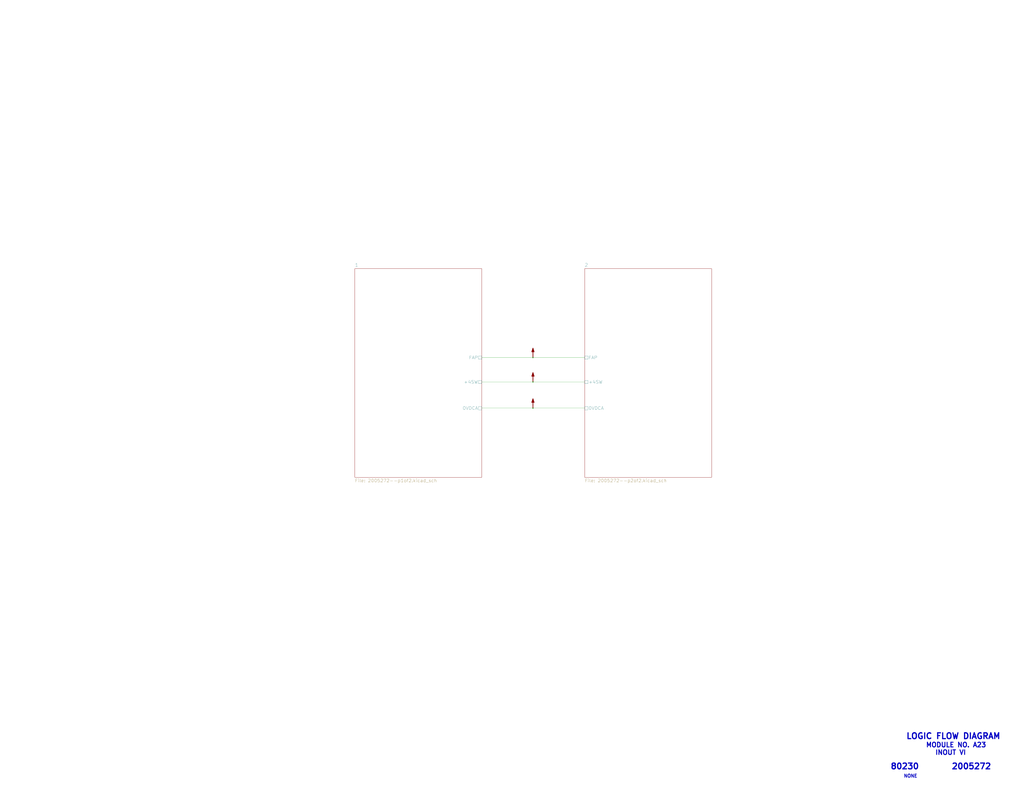
<source format=kicad_sch>
(kicad_sch (version 20211123) (generator eeschema)
  (paper "E")
  (lib_symbols
    (symbol "AGC_DSKY:PWR_FLAG" (power) (pin_numbers hide) (pin_names (offset 0) hide)
      (symbol "PWR_FLAG_0_0"
        (pin power_out line (at 0 0 90) (length 0) (name "pwr") (number "1"))
      )
      (symbol "PWR_FLAG_0_1"
        (polyline (pts (xy 0 0) (xy 0 10.16)) (stroke (width 0.762)))
        (polyline (pts (xy 0 10.16) (xy -1.27 6.35) (xy 1.27 6.35) (xy 0 10.16)) (stroke (width 0.762)) (fill (type outline)))
      )
    )
  )
  (junction (at 581.66 390.525))
  (junction (at 581.66 445.77))
  (junction (at 581.66 417.195))
  (wire (pts (xy 525.78 445.77) (xy 581.66 445.77)))
  (wire (pts (xy 525.78 390.525) (xy 581.66 390.525)))
  (wire (pts (xy 581.66 445.77) (xy 638.175 445.77)))
  (wire (pts (xy 525.78 417.195) (xy 581.66 417.195)))
  (wire (pts (xy 581.66 417.195) (xy 638.175 417.195)))
  (wire (pts (xy 581.66 390.525) (xy 638.175 390.525)))
  (text "80230" (at 971.55 840.74 0) (effects (font (size 6.35 6.35) (thickness 1.27) bold) (justify left bottom)))
  (text "NONE" (at 986.155 849.63 0) (effects (font (size 3.556 3.556) (thickness 0.7112) bold) (justify left bottom)))
  (text "2005272" (at 1038.225 840.74 0) (effects (font (size 6.35 6.35) (thickness 1.27) bold) (justify left bottom)))
  (text "INOUT VI" (at 1020.445 824.865 0) (effects (font (size 5.08 5.08) (thickness 1.016) bold) (justify left bottom)))
  (text "LOGIC FLOW DIAGRAM" (at 988.695 807.72 0) (effects (font (size 6.35 6.35) (thickness 1.27) bold) (justify left bottom)))
  (text "MODULE NO. A23" (at 1010.285 816.61 0) (effects (font (size 5.08 5.08) (thickness 1.016) bold) (justify left bottom)))
  (symbol (lib_id "AGC_DSKY:PWR_FLAG") (at 581.66 445.77 0) (unit 1)
    (property "Reference" "#FLG0103" (effects hide))
    (property "Value" "PWR_FLAG" (effects hide))
  )
  (symbol (lib_id "AGC_DSKY:PWR_FLAG") (at 581.66 417.195 0) (unit 1)
    (property "Reference" "#FLG0102" (effects hide))
    (property "Value" "PWR_FLAG" (effects hide))
  )
  (symbol (lib_id "AGC_DSKY:PWR_FLAG") (at 581.66 390.525 0) (unit 1)
    (property "Reference" "#FLG0101" (effects hide))
    (property "Value" "PWR_FLAG" (effects hide))
  )
  (sheet (at 387.35 293.37) (size 138.43 227.965)
    (property "Sheet name" "1" (at 387.35 291.5154 0) (effects (font (size 3.556 3.556)) (justify left bottom)))
    (property "Sheet file" "2005272--p1of2.kicad_sch" (at 387.35 522.834 0) (effects (font (size 3.556 3.556)) (justify left top)))
    (pin "0VDCA" passive (at 525.78 445.77 0) (effects (font (size 3.556 3.556))))
    (pin "+4SW" passive (at 525.78 417.195 0) (effects (font (size 3.556 3.556))))
    (pin "FAP" passive (at 525.78 390.525 0) (effects (font (size 3.556 3.556))))
  )
  (sheet (at 638.175 293.37) (size 138.43 227.965)
    (property "Sheet name" "2" (at 638.175 291.5154 0) (effects (font (size 3.556 3.556)) (justify left bottom)))
    (property "Sheet file" "2005272--p2of2.kicad_sch" (at 638.175 522.834 0) (effects (font (size 3.556 3.556)) (justify left top)))
    (pin "0VDCA" passive (at 638.175 445.77 180) (effects (font (size 3.556 3.556))))
    (pin "+4SW" passive (at 638.175 417.195 180) (effects (font (size 3.556 3.556))))
    (pin "FAP" passive (at 638.175 390.525 180) (effects (font (size 3.556 3.556))))
  )
)
</source>
